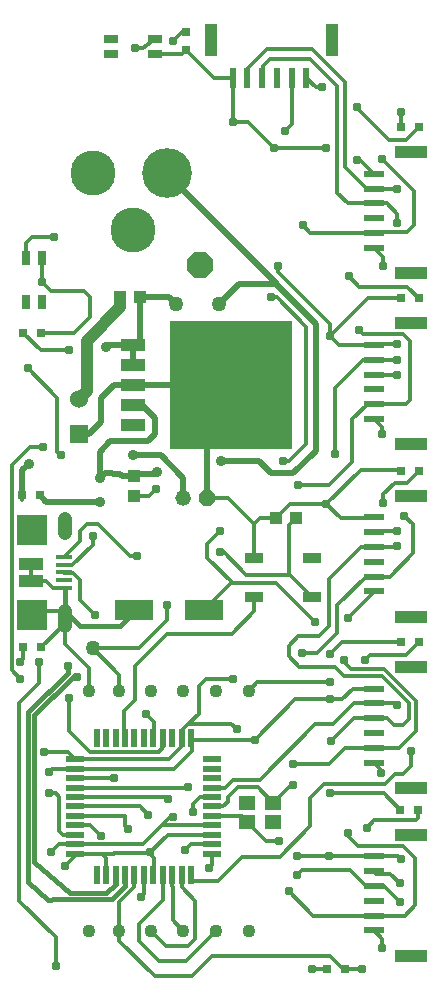
<source format=gbr>
G04 EAGLE Gerber RS-274X export*
G75*
%MOMM*%
%FSLAX34Y34*%
%LPD*%
%INTop Copper*%
%IPPOS*%
%AMOC8*
5,1,8,0,0,1.08239X$1,22.5*%
G01*
%ADD10R,0.800000X0.800000*%
%ADD11R,1.000000X1.100000*%
%ADD12R,10.410000X10.800000*%
%ADD13R,2.159000X1.066800*%
%ADD14R,1.530000X1.530000*%
%ADD15C,1.530000*%
%ADD16R,0.500000X1.500000*%
%ADD17R,1.500000X0.500000*%
%ADD18C,1.108000*%
%ADD19R,1.400000X1.200000*%
%ADD20R,3.302000X1.778000*%
%ADD21R,0.635000X1.270000*%
%ADD22R,0.660400X1.270000*%
%ADD23R,2.700000X1.000000*%
%ADD24R,1.700000X0.600000*%
%ADD25R,1.000000X2.700000*%
%ADD26R,0.600000X1.700000*%
%ADD27C,1.270000*%
%ADD28P,2.336880X8X22.500000*%
%ADD29R,1.270000X0.635000*%
%ADD30R,1.270000X0.660400*%
%ADD31R,1.100000X1.000000*%
%ADD32R,1.500000X0.900000*%
%ADD33R,2.500000X2.500000*%
%ADD34C,1.208000*%
%ADD35R,1.350000X0.400000*%
%ADD36R,2.000000X1.000000*%
%ADD37C,4.216000*%
%ADD38C,3.816000*%
%ADD39P,1.429621X8X22.500000*%
%ADD40C,1.320800*%
%ADD41C,0.304800*%
%ADD42C,0.787400*%
%ADD43C,0.203200*%
%ADD44C,0.508000*%
%ADD45C,0.906400*%
%ADD46C,0.406400*%
%ADD47C,1.016000*%


D10*
X31280Y611690D03*
X16280Y611690D03*
X15360Y474500D03*
X30360Y474500D03*
X31390Y345500D03*
X16390Y345500D03*
D11*
X98490Y642300D03*
X115490Y642300D03*
D12*
X192520Y567640D03*
D13*
X109208Y601676D03*
X109208Y584658D03*
X109208Y567640D03*
X109208Y550622D03*
X109208Y533604D03*
D14*
X63270Y526000D03*
D15*
X63270Y556000D03*
D16*
X78490Y152860D03*
X86490Y152860D03*
X94490Y152860D03*
X102490Y152860D03*
X110490Y152860D03*
X118490Y152860D03*
X126490Y152860D03*
X134490Y152860D03*
X142490Y152860D03*
X150490Y152860D03*
X158490Y152860D03*
D17*
X176490Y170860D03*
X176490Y178860D03*
X176490Y186860D03*
X176490Y194860D03*
X176490Y202860D03*
X176490Y210860D03*
X176490Y218860D03*
X176490Y226860D03*
X176490Y234860D03*
X176490Y242860D03*
X176490Y250860D03*
D16*
X158490Y268860D03*
X150490Y268860D03*
X142490Y268860D03*
X134490Y268860D03*
X126490Y268860D03*
X118490Y268860D03*
X110490Y268860D03*
X102490Y268860D03*
X94490Y268860D03*
X86490Y268860D03*
X78490Y268860D03*
D17*
X60490Y250860D03*
X60490Y242860D03*
X60490Y234860D03*
X60490Y226860D03*
X60490Y218860D03*
X60490Y210860D03*
X60490Y202860D03*
X60490Y194860D03*
X60490Y186860D03*
X60490Y178860D03*
X60490Y170860D03*
D18*
X71583Y105640D03*
X97783Y105640D03*
X124783Y105640D03*
X151783Y105640D03*
X179583Y105640D03*
X207383Y105640D03*
X71583Y308840D03*
X97783Y308840D03*
X124783Y308840D03*
X151783Y308840D03*
X179583Y308840D03*
X207383Y308840D03*
D19*
X228000Y198000D03*
X228000Y214000D03*
X206000Y214000D03*
X206000Y198000D03*
D20*
X169591Y377000D03*
X110409Y377000D03*
D21*
X32000Y638000D03*
X19000Y638000D03*
D22*
X32000Y675000D03*
X19000Y675000D03*
D23*
X345000Y517500D03*
X345000Y620000D03*
D24*
X313000Y539000D03*
X313000Y551500D03*
X313000Y564000D03*
X313000Y576500D03*
X313000Y589000D03*
X313000Y601500D03*
D23*
X345000Y662500D03*
X345000Y765000D03*
D24*
X313000Y684000D03*
X313000Y696500D03*
X313000Y709000D03*
X313000Y721500D03*
X313000Y734000D03*
X313000Y746500D03*
D25*
X277500Y860000D03*
X175000Y860000D03*
D26*
X256000Y828000D03*
X243500Y828000D03*
X231000Y828000D03*
X218500Y828000D03*
X206000Y828000D03*
X193500Y828000D03*
D23*
X345000Y371500D03*
X345000Y474000D03*
D24*
X313000Y393000D03*
X313000Y405500D03*
X313000Y418000D03*
X313000Y430500D03*
X313000Y443000D03*
X313000Y455500D03*
D23*
X345000Y226500D03*
X345000Y329000D03*
D24*
X313000Y248000D03*
X313000Y260500D03*
X313000Y273000D03*
X313000Y285500D03*
X313000Y298000D03*
X313000Y310500D03*
D23*
X345000Y84500D03*
X345000Y187000D03*
D24*
X313000Y106000D03*
X313000Y118500D03*
X313000Y131000D03*
X313000Y143500D03*
X313000Y156000D03*
X313000Y168500D03*
D27*
X146000Y636000D03*
X182000Y636000D03*
X75000Y345000D03*
D28*
X166000Y669000D03*
D29*
X91000Y848000D03*
X91000Y861000D03*
D30*
X128000Y848000D03*
X128000Y861000D03*
D10*
X154000Y851500D03*
X154000Y866500D03*
X336500Y786000D03*
X351500Y786000D03*
X336500Y641000D03*
X351500Y641000D03*
X336500Y495000D03*
X351500Y495000D03*
X336500Y350000D03*
X351500Y350000D03*
X335500Y208000D03*
X350500Y208000D03*
D31*
X110000Y473500D03*
X110000Y490500D03*
D32*
X260500Y388500D03*
X260500Y421500D03*
X211500Y388500D03*
X211500Y421500D03*
D31*
X247500Y455000D03*
X230500Y455000D03*
D10*
X288500Y73000D03*
X273500Y73000D03*
D33*
X24000Y373000D03*
X24000Y445000D03*
D34*
X52000Y442000D02*
X52000Y454080D01*
X52000Y376000D02*
X52000Y363920D01*
D35*
X50750Y422000D03*
X50750Y415500D03*
X50750Y409000D03*
X50750Y402500D03*
X50750Y396000D03*
D36*
X23000Y416500D03*
X23000Y401500D03*
D37*
X138000Y747000D03*
D38*
X75500Y747000D03*
X109500Y699000D03*
D39*
X172160Y472000D03*
D40*
X151840Y472000D03*
D41*
X321500Y222000D02*
X335500Y208000D01*
X321500Y222000D02*
X276000Y222000D01*
D42*
X276000Y222000D03*
D41*
X60490Y242860D02*
X40860Y242860D01*
X38000Y240000D01*
D42*
X38000Y240000D03*
D41*
X46860Y178860D02*
X60490Y178860D01*
X46860Y178860D02*
X40000Y172000D01*
D42*
X40000Y172000D03*
D41*
X159850Y267500D02*
X212500Y267500D01*
X159175Y268175D02*
X158490Y268860D01*
D42*
X212500Y267500D03*
D41*
X159850Y267500D02*
X159175Y268175D01*
X110490Y152860D02*
X110490Y142990D01*
X97500Y130000D01*
D42*
X276000Y340000D03*
D41*
X286000Y350000D02*
X336500Y350000D01*
X286000Y350000D02*
X276000Y340000D01*
X313500Y455000D02*
X313000Y455500D01*
X313000Y168500D02*
X333500Y168500D01*
X336000Y166000D01*
D42*
X336000Y166000D03*
X336000Y799000D03*
D41*
X32000Y675000D02*
X32000Y655000D01*
D42*
X32000Y655000D03*
X149000Y607000D03*
X169000Y607000D03*
X189000Y607000D03*
X209000Y607000D03*
X149000Y587000D03*
X149000Y567000D03*
X149000Y547000D03*
X149000Y527000D03*
X169000Y527000D03*
X169000Y547000D03*
X169000Y567000D03*
X209000Y567000D03*
X230000Y567000D03*
X189000Y547000D03*
X209000Y547000D03*
X229000Y547000D03*
X169000Y587000D03*
X189000Y587000D03*
X209000Y587000D03*
X229000Y587000D03*
X229000Y607000D03*
X189000Y527000D03*
X209000Y527000D03*
X229000Y527000D03*
D41*
X336500Y786000D02*
X336000Y786500D01*
X336000Y799000D01*
X211500Y450000D02*
X211500Y421500D01*
X285000Y455000D02*
X313500Y455000D01*
D43*
X109208Y567640D02*
X107848Y569000D01*
D44*
X15360Y495360D02*
X15360Y474500D01*
X15360Y495360D02*
X21000Y501000D01*
D45*
X21000Y501000D03*
D42*
X189000Y567000D03*
D41*
X191520Y566640D02*
X157000Y566640D01*
X156000Y567640D01*
X191520Y566640D02*
X192520Y567640D01*
X189640Y567640D01*
X189000Y567000D01*
X193500Y790000D02*
X193500Y828000D01*
D42*
X193500Y790000D03*
D41*
X177500Y828000D02*
X154000Y851500D01*
X177500Y828000D02*
X193500Y828000D01*
X36000Y401500D02*
X23000Y401500D01*
X23000Y416500D01*
X50750Y396000D02*
X52000Y394750D01*
D46*
X52000Y376000D01*
D41*
X128000Y848000D02*
X150500Y848000D01*
X154000Y851500D01*
D44*
X109568Y568000D02*
X109208Y567640D01*
X156000Y567640D01*
D41*
X97500Y130000D02*
X97500Y105923D01*
X97783Y105640D01*
X71583Y308840D02*
X71583Y328417D01*
X52000Y348000D02*
X52000Y364000D01*
X52000Y376000D01*
X52000Y348000D02*
X71583Y328417D01*
X110909Y376500D02*
X110409Y377000D01*
X52000Y376000D02*
X30057Y376000D01*
X189000Y527000D02*
X194000Y522000D01*
D42*
X229000Y768000D03*
X273000Y768000D03*
D41*
X229000Y768000D01*
D42*
X273000Y467000D03*
D41*
X285000Y455000D01*
X246500Y301500D02*
X212500Y267500D01*
X118000Y179000D02*
X73000Y179000D01*
X72860Y178860D02*
X60490Y178860D01*
X72860Y178860D02*
X73000Y179000D01*
X275000Y168500D02*
X313000Y168500D01*
X275000Y168500D02*
X248000Y168500D01*
X248000Y169000D01*
D42*
X248000Y169000D03*
D41*
X189500Y472000D02*
X172160Y472000D01*
X189500Y472000D02*
X211500Y450000D01*
D44*
X172160Y472000D02*
X172160Y523840D01*
X169000Y527000D01*
D41*
X133860Y194860D02*
X118000Y179000D01*
X133860Y194860D02*
X176490Y194860D01*
D42*
X276000Y609000D03*
D41*
X283500Y601500D01*
X313000Y601500D01*
X303000Y73000D02*
X288500Y73000D01*
D42*
X303000Y73000D03*
X276000Y301500D03*
D41*
X246500Y301500D01*
X229000Y768000D02*
X207000Y790000D01*
X193500Y790000D01*
X216500Y455000D02*
X211500Y450000D01*
X216500Y455000D02*
X230500Y455000D01*
X242500Y467000D01*
X273000Y467000D01*
X302000Y496000D01*
X335500Y496000D01*
X336500Y495000D01*
X313000Y601500D02*
X313500Y602000D01*
X333000Y602000D01*
D42*
X333000Y602000D03*
D41*
X276000Y609000D02*
X276000Y619000D01*
X232000Y663000D01*
X232000Y668000D01*
D42*
X232000Y668000D03*
D41*
X308000Y641000D02*
X336500Y641000D01*
X308000Y641000D02*
X276000Y609000D01*
X313000Y746500D02*
X301500Y758000D01*
D42*
X299000Y758000D03*
D41*
X301500Y758000D01*
X286500Y301500D02*
X276000Y301500D01*
X295500Y310500D02*
X313000Y310500D01*
X295500Y310500D02*
X286500Y301500D01*
D42*
X143000Y202000D03*
D41*
X141000Y202000D02*
X133860Y194860D01*
X141000Y202000D02*
X143000Y202000D01*
D42*
X275000Y168500D03*
D41*
X97783Y105640D02*
X97783Y97217D01*
X128000Y67000D01*
X176000Y84000D02*
X276000Y84000D01*
X159000Y67000D02*
X128000Y67000D01*
X159000Y67000D02*
X176000Y84000D01*
X276000Y84000D02*
X287000Y73000D01*
X288500Y73000D01*
X143860Y242860D02*
X60490Y242860D01*
X143860Y242860D02*
X159000Y258000D01*
X159000Y268000D01*
X159175Y268175D01*
D46*
X64000Y364000D02*
X52000Y376000D01*
X98409Y364000D02*
X110909Y376500D01*
X98409Y364000D02*
X64000Y364000D01*
D41*
X15360Y470640D02*
X15360Y474500D01*
D44*
X108848Y568000D02*
X109208Y567640D01*
X108848Y568000D02*
X93000Y568000D01*
X82000Y557000D01*
X82000Y536000D01*
X72000Y526000D01*
X63270Y526000D01*
D41*
X49890Y364000D02*
X31390Y345500D01*
X49890Y364000D02*
X52000Y364000D01*
X50750Y396000D02*
X41500Y396000D01*
X36000Y401500D01*
X52000Y376000D02*
X52000Y366110D01*
X49890Y364000D01*
X73000Y642000D02*
X68000Y647000D01*
X73000Y642000D02*
X73000Y625000D01*
X59690Y611690D01*
X31280Y611690D01*
X40000Y647000D02*
X32000Y655000D01*
X40000Y647000D02*
X68000Y647000D01*
D42*
X42000Y693000D03*
D41*
X24000Y693000D01*
X176350Y179000D02*
X176490Y178860D01*
X33061Y515061D02*
X22061Y515061D01*
X7000Y500000D01*
D42*
X33061Y515061D03*
D41*
X19000Y688000D02*
X24000Y693000D01*
X19000Y688000D02*
X19000Y675000D01*
X7000Y326000D02*
X14000Y319000D01*
D42*
X14000Y319000D03*
D41*
X7000Y326000D02*
X7000Y500000D01*
D42*
X153000Y174000D03*
D41*
X158000Y179000D01*
X176350Y179000D01*
D42*
X333000Y431000D03*
D41*
X332500Y430500D01*
X313000Y430500D01*
D42*
X160000Y206000D03*
D41*
X160000Y213000D01*
X165860Y218860D01*
X176490Y218860D01*
X306500Y143500D02*
X313000Y143500D01*
X313000Y285500D02*
X296500Y285500D01*
D42*
X277000Y266000D03*
X333000Y576000D03*
D41*
X296500Y285500D02*
X277000Y266000D01*
X313000Y285500D02*
X324500Y285500D01*
X330500Y279500D01*
X338000Y280000D02*
X343000Y285000D01*
X343000Y298000D01*
X331000Y280000D02*
X330956Y279998D01*
X330913Y279992D01*
X330871Y279983D01*
X330829Y279970D01*
X330789Y279953D01*
X330750Y279933D01*
X330713Y279910D01*
X330679Y279883D01*
X330646Y279854D01*
X330617Y279821D01*
X330590Y279787D01*
X330567Y279750D01*
X330547Y279711D01*
X330530Y279671D01*
X330517Y279629D01*
X330508Y279587D01*
X330502Y279544D01*
X330500Y279500D01*
X331000Y280000D02*
X338000Y280000D01*
X293000Y157000D02*
X306500Y143500D01*
X293000Y157000D02*
X252000Y157000D01*
X248000Y153000D01*
X282000Y730500D02*
X282000Y821000D01*
X259000Y844000D01*
X225000Y844000D01*
X219000Y838000D01*
X219000Y828500D01*
D42*
X333000Y704500D03*
X335061Y129939D03*
D41*
X321500Y143500D02*
X313000Y143500D01*
X343000Y298000D02*
X320000Y321000D01*
X288000Y321000D01*
X280000Y329000D01*
X250000Y329000D01*
X241000Y338000D01*
X313000Y576500D02*
X331500Y576500D01*
X333000Y576000D01*
X333000Y704500D02*
X333000Y712500D01*
X324000Y721500D01*
X313000Y721500D01*
X291000Y721500D01*
X282000Y730500D01*
D42*
X248000Y153000D03*
D41*
X321500Y143500D02*
X335061Y129939D01*
X241000Y338000D02*
X241000Y347000D01*
X266378Y355000D02*
X275000Y363622D01*
X275000Y403000D01*
X302500Y430500D01*
X313000Y430500D01*
X249000Y355000D02*
X241000Y347000D01*
X249000Y355000D02*
X266378Y355000D01*
X218500Y828000D02*
X219000Y828500D01*
D42*
X333000Y444000D03*
D41*
X314000Y444000D01*
X313000Y443000D01*
X313000Y298000D02*
X296000Y298000D01*
X332000Y298000D02*
X333000Y297000D01*
D42*
X333000Y297000D03*
X335000Y146000D03*
D41*
X327000Y154000D01*
X315000Y154000D01*
X313000Y156000D01*
D42*
X280000Y509000D03*
D41*
X280000Y565000D01*
D42*
X333000Y734000D03*
X333000Y589000D03*
D41*
X313000Y589000D01*
X313000Y734000D02*
X333000Y734000D01*
X313000Y589000D02*
X304000Y589000D01*
X280000Y565000D01*
X194106Y233572D02*
X187394Y226860D01*
X194106Y233572D02*
X216572Y233572D01*
X187394Y226860D02*
X176490Y226860D01*
X216572Y233572D02*
X263500Y280500D01*
X307000Y734000D02*
X313000Y734000D01*
X307000Y734000D02*
X289000Y752000D01*
X289000Y824000D02*
X261000Y852000D01*
X223000Y852000D01*
X289000Y824000D02*
X289000Y752000D01*
X313000Y298000D02*
X332000Y298000D01*
X278500Y280500D02*
X263500Y280500D01*
X278500Y280500D02*
X296000Y298000D01*
X206000Y835000D02*
X223000Y852000D01*
X206000Y835000D02*
X206000Y828000D01*
X201140Y202860D02*
X206000Y198000D01*
X201140Y202860D02*
X176490Y202860D01*
X222000Y182000D02*
X233000Y182000D01*
X222000Y182000D02*
X206000Y198000D01*
D42*
X233000Y182000D03*
D41*
X228000Y214000D02*
X215000Y227000D01*
X190000Y219000D02*
X190000Y215000D01*
X228000Y214000D02*
X243000Y229000D01*
X245000Y229000D01*
D42*
X245000Y229000D03*
D41*
X198000Y227000D02*
X190000Y219000D01*
X198000Y227000D02*
X215000Y227000D01*
X185860Y210860D02*
X176490Y210860D01*
X185860Y210860D02*
X190000Y215000D01*
D42*
X75000Y345000D03*
X138061Y381061D03*
D41*
X138061Y369061D01*
X114000Y345000D02*
X75000Y345000D01*
X114000Y345000D02*
X138061Y369061D01*
X97783Y322217D02*
X75000Y345000D01*
X97783Y322217D02*
X97783Y308840D01*
D47*
X70000Y562730D02*
X70000Y605000D01*
X70000Y562730D02*
X63270Y556000D01*
X98490Y633490D02*
X98490Y642300D01*
X98490Y633490D02*
X70000Y605000D01*
D42*
X61946Y320301D03*
D46*
X25794Y287843D02*
X25794Y163464D01*
X55595Y137794D01*
X86794Y137794D01*
X94490Y145490D01*
X94490Y152860D01*
X61946Y320301D02*
X58252Y320301D01*
X25794Y287843D01*
D42*
X77000Y373000D03*
D41*
X64548Y402763D02*
X58763Y408548D01*
X64548Y385452D02*
X77000Y373000D01*
X58763Y408548D02*
X51202Y408548D01*
X50750Y409000D01*
X64548Y402763D02*
X64548Y385452D01*
D42*
X54114Y329554D03*
D46*
X21504Y291455D02*
X20206Y290456D01*
X102490Y143587D02*
X93315Y134412D01*
X102490Y143587D02*
X102490Y152860D01*
X20206Y146566D02*
X20206Y290456D01*
X20206Y146566D02*
X37456Y131707D01*
X44160Y132206D01*
X91109Y132206D01*
X93315Y134412D01*
X54114Y324065D02*
X54114Y329554D01*
X54114Y324065D02*
X21504Y291455D01*
D45*
X86000Y600000D03*
D44*
X109208Y601676D02*
X109208Y584658D01*
D45*
X109000Y508000D03*
D44*
X152000Y489000D02*
X152000Y472160D01*
X151840Y472000D01*
X152000Y489000D02*
X133000Y508000D01*
X109000Y508000D01*
X115490Y642300D02*
X139700Y642300D01*
X146000Y636000D01*
X115490Y601676D02*
X109208Y601676D01*
X115490Y601676D02*
X115490Y642300D01*
X109208Y601676D02*
X87676Y601676D01*
X86000Y600000D01*
D42*
X263500Y367000D03*
D41*
X230500Y400000D01*
X193591Y400000D01*
X193091Y400500D02*
X169591Y377000D01*
X122500Y473500D02*
X110000Y473500D01*
X193091Y400500D02*
X193591Y400000D01*
X193091Y400500D02*
X172000Y421591D01*
X172000Y433000D01*
X183000Y444000D01*
D42*
X183000Y444000D03*
X129000Y480000D03*
D41*
X122500Y473500D01*
D45*
X81000Y469000D03*
D44*
X35860Y469000D01*
X30360Y474500D01*
D41*
X50140Y186860D02*
X60490Y186860D01*
X47000Y190000D02*
X47000Y219000D01*
X47000Y190000D02*
X50140Y186860D01*
X47000Y219000D02*
X44000Y222000D01*
X38000Y222000D01*
D42*
X38000Y222000D03*
X116000Y134500D03*
D41*
X118490Y136990D01*
X118490Y152860D01*
X176490Y161490D02*
X176490Y170860D01*
X176490Y161490D02*
X174000Y159000D01*
D42*
X174000Y159000D03*
X14000Y333000D03*
D41*
X16390Y335390D01*
X16390Y345500D01*
X107000Y423000D02*
X113000Y423000D01*
X107000Y423000D02*
X80000Y450000D01*
D42*
X113000Y423000D03*
D41*
X80000Y450000D02*
X70000Y450000D01*
X64000Y444000D01*
X64000Y435250D01*
X50750Y422000D01*
X60490Y194860D02*
X73140Y194860D01*
X82000Y186000D01*
D42*
X82000Y186000D03*
X238000Y783000D03*
D41*
X243500Y829000D02*
X244000Y829500D01*
X243500Y829000D02*
X243500Y828000D01*
X244000Y829500D02*
X244000Y789000D01*
X238000Y783000D01*
D42*
X236000Y503000D03*
D41*
X256000Y518000D02*
X256000Y617000D01*
X256000Y518000D02*
X241000Y503000D01*
X236000Y503000D01*
D42*
X226000Y642000D03*
D41*
X231000Y642000D02*
X256000Y617000D01*
X231000Y642000D02*
X226000Y642000D01*
D42*
X139000Y217000D03*
X252000Y341000D03*
D41*
X313000Y405500D02*
X313500Y406000D01*
X346000Y450000D02*
X339000Y457000D01*
D42*
X339000Y457000D03*
D41*
X137140Y218860D02*
X139000Y217000D01*
X137140Y218860D02*
X60490Y218860D01*
X346000Y425000D02*
X346000Y450000D01*
X282000Y358000D02*
X265000Y341000D01*
X252000Y341000D01*
X282000Y358000D02*
X282000Y381000D01*
X307000Y406000D01*
X313500Y406000D01*
X313000Y405500D02*
X326500Y405500D01*
X346000Y425000D01*
X102860Y202860D02*
X60490Y202860D01*
X102860Y202860D02*
X102860Y194140D01*
X105000Y192000D01*
D42*
X105000Y192000D03*
X253000Y703000D03*
D41*
X313500Y697000D02*
X341000Y697000D01*
X313500Y697000D02*
X313000Y696500D01*
X347000Y703000D02*
X347000Y732000D01*
D42*
X320000Y759000D03*
D41*
X347000Y732000D01*
X313000Y696500D02*
X259500Y696500D01*
X253000Y703000D01*
X341000Y697000D02*
X347000Y703000D01*
X155860Y226860D02*
X60490Y226860D01*
X155860Y226860D02*
X156000Y227000D01*
D42*
X156000Y227000D03*
X245000Y247000D03*
D41*
X288500Y260500D02*
X313000Y260500D01*
X288500Y260500D02*
X275000Y247000D01*
X245000Y247000D01*
X313000Y260500D02*
X334500Y260500D01*
X349000Y275000D01*
X349000Y300000D02*
X322000Y327000D01*
X349000Y300000D02*
X349000Y275000D01*
X322000Y327000D02*
X294000Y327000D01*
X288000Y333000D01*
X288000Y335000D01*
D42*
X288000Y335000D03*
D41*
X93140Y234860D02*
X60490Y234860D01*
D42*
X93140Y234860D03*
D41*
X300000Y177000D02*
X338000Y177000D01*
X348000Y167000D01*
X339500Y118500D02*
X313000Y118500D01*
X348000Y127000D02*
X348000Y167000D01*
X348000Y127000D02*
X339500Y118500D01*
D42*
X291000Y188000D03*
D41*
X291000Y186000D01*
X300000Y177000D01*
D42*
X241000Y139000D03*
D41*
X261500Y118500D01*
X313000Y118500D01*
X122000Y204000D02*
X115140Y210860D01*
D42*
X122000Y204000D03*
X249000Y483000D03*
D41*
X275000Y483000D02*
X294500Y502500D01*
X275000Y483000D02*
X249000Y483000D01*
X313000Y551500D02*
X340500Y551500D01*
X344000Y555000D01*
X304000Y611000D02*
X301000Y614000D01*
D42*
X301000Y614000D03*
D41*
X344000Y605000D02*
X344000Y555000D01*
X344000Y605000D02*
X338000Y611000D01*
X304000Y611000D01*
X115140Y210860D02*
X60490Y210860D01*
X312500Y551000D02*
X313000Y551500D01*
X312500Y551000D02*
X307000Y551000D01*
X294500Y538500D01*
X294500Y502500D01*
D42*
X55000Y597000D03*
D41*
X30970Y597000D02*
X16280Y611690D01*
X30970Y597000D02*
X55000Y597000D01*
X124783Y105640D02*
X137423Y93000D01*
X150490Y142510D02*
X150490Y152860D01*
X150490Y142510D02*
X162000Y131000D01*
X162000Y99000D01*
X156000Y93000D01*
X137423Y93000D01*
X158490Y147860D02*
X181000Y147860D01*
X158490Y147860D02*
X158490Y152860D01*
X259000Y193878D02*
X259000Y218000D01*
X323000Y230000D02*
X331000Y238000D01*
D42*
X345000Y258000D03*
X276000Y316000D03*
D41*
X214543Y316000D02*
X207383Y308840D01*
X259000Y193878D02*
X233561Y168439D01*
X259000Y218000D02*
X271000Y230000D01*
X201579Y168439D02*
X181000Y147860D01*
X201579Y168439D02*
X233561Y168439D01*
X331000Y238000D02*
X338000Y238000D01*
X345000Y245000D02*
X345000Y258000D01*
X345000Y245000D02*
X338000Y238000D01*
X323000Y230000D02*
X271000Y230000D01*
X276000Y316000D02*
X214543Y316000D01*
X83140Y170860D02*
X60490Y170860D01*
X83140Y170860D02*
X86500Y167500D01*
X86490Y167490D01*
X86490Y152860D01*
D42*
X34000Y257000D03*
D41*
X54350Y257000D01*
X60490Y250860D01*
X241500Y449000D02*
X247500Y455000D01*
X241500Y449000D02*
X241500Y407500D01*
X260500Y388500D01*
X127000Y153370D02*
X126490Y152860D01*
D42*
X124000Y172000D03*
D41*
X127000Y167000D02*
X127000Y153370D01*
X124000Y172000D02*
X138860Y186860D01*
X176490Y186860D01*
D42*
X197000Y276000D03*
D41*
X92860Y170860D02*
X83140Y170860D01*
X92860Y170860D02*
X93000Y171000D01*
X150490Y262000D02*
X150490Y268860D01*
D42*
X183000Y426000D03*
D41*
X242000Y407000D02*
X260500Y388500D01*
X242000Y407000D02*
X205000Y407000D01*
X124000Y172000D02*
X123000Y171000D01*
X93000Y171000D01*
D42*
X52000Y160000D03*
D41*
X192592Y280408D02*
X197000Y276000D01*
X150490Y262000D02*
X139350Y250860D01*
X60490Y170860D02*
X60490Y168490D01*
X52000Y160000D01*
X123000Y171000D02*
X127000Y167000D01*
X139350Y250860D02*
X60490Y250860D01*
D42*
X194000Y319000D03*
D41*
X205000Y407000D02*
X186000Y426000D01*
X183000Y426000D01*
X150490Y275171D02*
X150490Y268860D01*
X150490Y275171D02*
X155728Y280408D01*
X156000Y280408D01*
X192592Y280408D01*
X165000Y289408D02*
X156000Y280408D01*
X165000Y289408D02*
X165000Y313000D01*
X171000Y319000D01*
X194000Y319000D01*
X102038Y292000D02*
X102038Y269312D01*
X102490Y268860D01*
X192985Y357000D02*
X212000Y376015D01*
X212000Y388000D02*
X211500Y388500D01*
X212000Y388000D02*
X212000Y376015D01*
X138000Y357000D02*
X111000Y330000D01*
X138000Y357000D02*
X192985Y357000D01*
X111000Y300962D02*
X102038Y292000D01*
X111000Y300962D02*
X111000Y330000D01*
D42*
X120000Y289000D03*
D41*
X127000Y282000D01*
X127000Y269370D01*
X126490Y268860D01*
D42*
X48000Y508000D03*
D41*
X117819Y853387D02*
X128000Y861000D01*
D42*
X20000Y582000D03*
X110711Y853387D03*
D41*
X117819Y853387D01*
X45000Y557000D02*
X45000Y511000D01*
X48000Y508000D01*
X45000Y557000D02*
X20000Y582000D01*
D42*
X143000Y859000D03*
D41*
X150500Y866500D02*
X154000Y866500D01*
X150500Y866500D02*
X143000Y859000D01*
X340500Y775000D02*
X351500Y786000D01*
D42*
X298602Y803000D03*
D41*
X301015Y800587D01*
X301015Y800107D01*
X326122Y775000D01*
X340500Y775000D01*
D42*
X292000Y660000D03*
D41*
X341500Y651000D02*
X351500Y641000D01*
X341500Y651000D02*
X301000Y651000D01*
X292000Y660000D01*
X351500Y350000D02*
X340500Y339000D01*
X310000Y339000D01*
X306000Y335000D01*
D42*
X306000Y335000D03*
X321000Y468000D03*
D41*
X321000Y475000D02*
X331000Y485000D01*
X321000Y475000D02*
X321000Y468000D01*
X341500Y485000D02*
X351500Y495000D01*
X341500Y485000D02*
X331000Y485000D01*
D42*
X307000Y193000D03*
D41*
X313000Y199000D02*
X348500Y199000D01*
X313000Y199000D02*
X307000Y193000D01*
X350500Y201000D02*
X350500Y208000D01*
X350500Y201000D02*
X348500Y199000D01*
D42*
X291000Y370000D03*
D41*
X313000Y392000D02*
X313000Y393000D01*
X313000Y392000D02*
X291000Y370000D01*
D42*
X319000Y239000D03*
D41*
X319000Y242000D02*
X313000Y248000D01*
X319000Y242000D02*
X319000Y239000D01*
D42*
X320000Y91000D03*
D41*
X320000Y99000D02*
X313000Y106000D01*
X320000Y99000D02*
X320000Y91000D01*
D42*
X269000Y820000D03*
D41*
X264000Y820000D01*
X256000Y828000D01*
D42*
X321000Y668000D03*
D41*
X321000Y676000D01*
X313000Y684000D01*
D42*
X320000Y526000D03*
D41*
X320000Y532000D02*
X313000Y539000D01*
X320000Y532000D02*
X320000Y526000D01*
D44*
X109208Y550622D02*
X108830Y551000D01*
X98114Y492713D02*
X85290Y492965D01*
X81000Y489000D01*
D45*
X81000Y489000D03*
D44*
X264000Y512000D02*
X264000Y619000D01*
D45*
X184000Y503000D03*
X129860Y493860D03*
D44*
X128500Y492500D01*
X112000Y492500D01*
X110000Y490500D01*
X231000Y652000D02*
X231000Y653000D01*
X199000Y653000D01*
X182000Y636000D01*
X231000Y652000D02*
X264000Y619000D01*
X245000Y493000D02*
X226000Y493000D01*
X216000Y503000D01*
X184000Y503000D01*
X245000Y493000D02*
X264000Y512000D01*
X128000Y526000D02*
X122000Y520000D01*
X128000Y526000D02*
X128000Y540000D01*
X117000Y551000D01*
X108830Y551000D01*
X90000Y520000D02*
X81000Y511000D01*
X90000Y520000D02*
X122000Y520000D01*
X231000Y653000D02*
X138000Y746000D01*
X138000Y747000D01*
X81000Y511000D02*
X81000Y489000D01*
X98114Y492713D02*
X100328Y490500D01*
X110000Y490500D01*
D41*
X142490Y152860D02*
X142490Y143510D01*
X143000Y143000D01*
X143000Y114423D01*
X151783Y105640D01*
X153943Y80000D02*
X131000Y80000D01*
X134490Y131490D02*
X134490Y152860D01*
X134490Y131490D02*
X114500Y111500D01*
X153943Y80000D02*
X179583Y105640D01*
X114500Y111500D02*
X114500Y96500D01*
X131000Y80000D01*
X30000Y315000D02*
X30000Y333000D01*
X30000Y315000D02*
X13000Y298000D01*
X13000Y131000D01*
D42*
X30000Y333000D03*
X55000Y303000D03*
D41*
X55000Y275000D01*
X44000Y100000D02*
X44000Y76000D01*
X44000Y100000D02*
X13000Y131000D01*
X73000Y257000D02*
X131000Y257000D01*
X135000Y261000D01*
X135000Y268350D02*
X134490Y268860D01*
X73000Y257000D02*
X55000Y275000D01*
X135000Y268350D02*
X135000Y261000D01*
D42*
X44000Y76000D03*
X261000Y73000D03*
D41*
X273500Y73000D01*
D42*
X75000Y440000D03*
D41*
X57763Y414952D02*
X51298Y414952D01*
X50750Y415500D01*
X57763Y414952D02*
X75000Y432190D01*
X75000Y440000D01*
M02*

</source>
